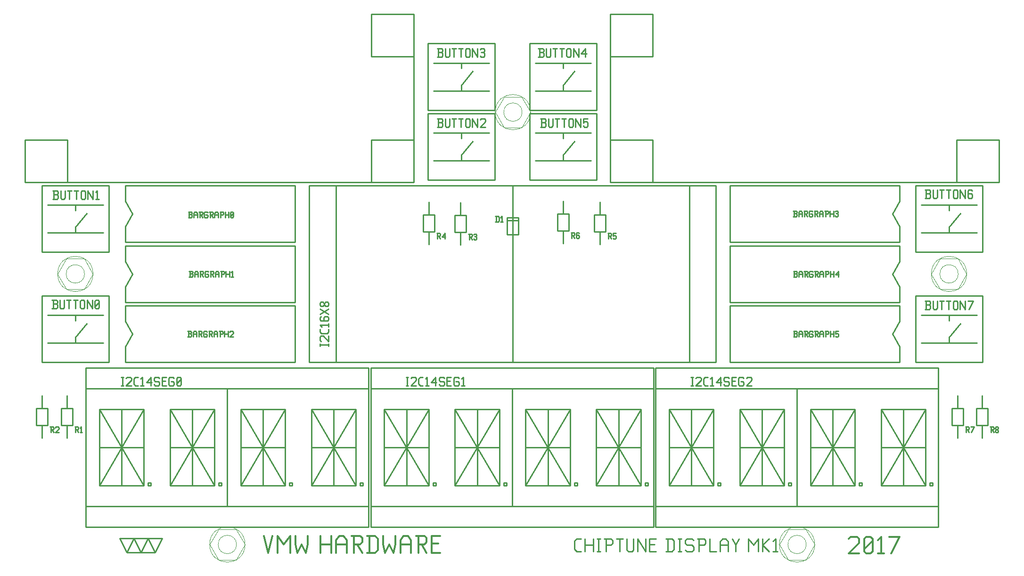
<source format=gbr>
G04 start of page 14 for group -4079 idx -4079 *
G04 Title: (unknown), topsilk *
G04 Creator: pcb 20140316 *
G04 CreationDate: Thu 02 Mar 2017 04:20:42 AM GMT UTC *
G04 For: vince *
G04 Format: Gerber/RS-274X *
G04 PCB-Dimensions (mil): 6900.00 3900.00 *
G04 PCB-Coordinate-Origin: lower left *
%MOIN*%
%FSLAX25Y25*%
%LNTOPSILK*%
%ADD136C,0.0020*%
%ADD135C,0.0119*%
%ADD134C,0.0100*%
G54D134*X390624Y8900D02*X393640D01*
X389000Y10524D02*X390624Y8900D01*
X389000Y16556D02*Y10524D01*
Y16556D02*X390624Y18180D01*
X393640D01*
X396424D02*Y8900D01*
X402224Y18180D02*Y8900D01*
X396424Y13540D02*X402224D01*
X405008Y18180D02*X407328D01*
X406168D02*Y8900D01*
X405008D02*X407328D01*
X411272Y18180D02*Y8900D01*
X410112Y18180D02*X414752D01*
X415912Y17020D01*
Y14700D01*
X414752Y13540D02*X415912Y14700D01*
X411272Y13540D02*X414752D01*
X418696Y18180D02*X423336D01*
X421016D02*Y8900D01*
X426120Y18180D02*Y10060D01*
X427280Y8900D01*
X429600D01*
X430760Y10060D01*
Y18180D02*Y10060D01*
X433544Y18180D02*Y8900D01*
Y18180D02*X439344Y8900D01*
Y18180D02*Y8900D01*
X442128Y14004D02*X445608D01*
X442128Y8900D02*X446768D01*
X442128Y18180D02*Y8900D01*
Y18180D02*X446768D01*
X454888D02*Y8900D01*
X457904Y18180D02*X459528Y16556D01*
Y10524D01*
X457904Y8900D02*X459528Y10524D01*
X453728Y8900D02*X457904D01*
X453728Y18180D02*X457904D01*
X462312D02*X464632D01*
X463472D02*Y8900D01*
X462312D02*X464632D01*
X472056Y18180D02*X473216Y17020D01*
X468576Y18180D02*X472056D01*
X467416Y17020D02*X468576Y18180D01*
X467416Y17020D02*Y14700D01*
X468576Y13540D01*
X472056D01*
X473216Y12380D01*
Y10060D01*
X472056Y8900D02*X473216Y10060D01*
X468576Y8900D02*X472056D01*
X467416Y10060D02*X468576Y8900D01*
X477160Y18180D02*Y8900D01*
X476000Y18180D02*X480640D01*
X481800Y17020D01*
Y14700D01*
X480640Y13540D02*X481800Y14700D01*
X477160Y13540D02*X480640D01*
X484584Y18180D02*Y8900D01*
X489224D01*
X492008Y15860D02*Y8900D01*
Y15860D02*X493632Y18180D01*
X496184D01*
X497808Y15860D01*
Y8900D01*
X492008Y13540D02*X497808D01*
X500592Y18180D02*X502912Y13540D01*
X505232Y18180D01*
X502912Y13540D02*Y8900D01*
X512192Y18180D02*Y8900D01*
Y18180D02*X515672Y13540D01*
X519152Y18180D01*
Y8900D01*
X521936Y18180D02*Y8900D01*
Y13540D02*X526576Y18180D01*
X521936Y13540D02*X526576Y8900D01*
X529360Y16324D02*X531216Y18180D01*
Y8900D01*
X529360D02*X532840D01*
G54D135*X583000Y18030D02*X584490Y19520D01*
X588960D01*
X590450Y18030D01*
Y15050D01*
X583000Y7600D02*X590450Y15050D01*
X583000Y7600D02*X590450D01*
X594026Y9090D02*X595516Y7600D01*
X594026Y18030D02*Y9090D01*
Y18030D02*X595516Y19520D01*
X598496D01*
X599986Y18030D01*
Y9090D01*
X598496Y7600D02*X599986Y9090D01*
X595516Y7600D02*X598496D01*
X594026Y10580D02*X599986Y16540D01*
X603562Y17136D02*X605946Y19520D01*
Y7600D01*
X603562D02*X608032D01*
X613098D02*X619058Y19520D01*
X611608D02*X619058D01*
X169500Y20020D02*X172480Y8100D01*
X175460Y20020D01*
X179036D02*Y8100D01*
Y20020D02*X183506Y14060D01*
X187976Y20020D01*
Y8100D01*
X191552Y20020D02*Y14060D01*
X193042Y8100D01*
X196022Y14060D01*
X199002Y8100D01*
X200492Y14060D01*
Y20020D02*Y14060D01*
X209432Y20020D02*Y8100D01*
X216882Y20020D02*Y8100D01*
X209432Y14060D02*X216882D01*
X220458Y17040D02*Y8100D01*
Y17040D02*X222544Y20020D01*
X225822D01*
X227908Y17040D01*
Y8100D01*
X220458Y14060D02*X227908D01*
X231484Y20020D02*X237444D01*
X238934Y18530D01*
Y15550D01*
X237444Y14060D02*X238934Y15550D01*
X232974Y14060D02*X237444D01*
X232974Y20020D02*Y8100D01*
X235358Y14060D02*X238934Y8100D01*
X244000Y20020D02*Y8100D01*
X247874Y20020D02*X249960Y17934D01*
Y10186D01*
X247874Y8100D02*X249960Y10186D01*
X242510Y8100D02*X247874D01*
X242510Y20020D02*X247874D01*
X253536D02*Y14060D01*
X255026Y8100D01*
X258006Y14060D01*
X260986Y8100D01*
X262476Y14060D01*
Y20020D02*Y14060D01*
X266052Y17040D02*Y8100D01*
Y17040D02*X268138Y20020D01*
X271416D01*
X273502Y17040D01*
Y8100D01*
X266052Y14060D02*X273502D01*
X277078Y20020D02*X283038D01*
X284528Y18530D01*
Y15550D01*
X283038Y14060D02*X284528Y15550D01*
X278568Y14060D02*X283038D01*
X278568Y20020D02*Y8100D01*
X280952Y14060D02*X284528Y8100D01*
X288104Y14656D02*X292574D01*
X288104Y8100D02*X294064D01*
X288104Y20020D02*Y8100D01*
Y20020D02*X294064D01*
G54D134*X71500Y228000D02*X191500D01*
Y268000D02*Y228000D01*
X71500Y268000D02*X191500D01*
X71500D02*Y257000D01*
X76500Y248000D01*
X71500Y239000D01*
Y228000D01*
Y185500D02*X191500D01*
Y225500D02*Y185500D01*
X71500Y225500D02*X191500D01*
X71500D02*Y214500D01*
X76500Y205500D01*
X71500Y196500D01*
Y185500D01*
Y143000D02*X191500D01*
Y183000D02*Y143000D01*
X71500Y183000D02*X191500D01*
X71500D02*Y172000D01*
X76500Y163000D01*
X71500Y154000D01*
Y143000D01*
X12378Y190122D02*X59622D01*
Y142878D01*
X12378D01*
Y190122D01*
X16315Y156657D02*X55685D01*
X16315Y176343D02*X55685D01*
X36000D02*Y172406D01*
Y156657D02*Y160594D01*
X43874Y170437D01*
X12378Y268122D02*X59622D01*
Y220878D01*
X12378D01*
Y268122D01*
X16315Y234657D02*X55685D01*
X16315Y254343D02*X55685D01*
X36000D02*Y250406D01*
Y234657D02*Y238594D01*
X43874Y248437D01*
G54D136*X23500Y205500D02*X29750Y194680D01*
X42250D01*
X48500Y205500D01*
X42250Y216320D01*
X29750D01*
X23500Y205500D01*
X29500D02*G75*G03X29500Y205500I6500J0D01*G01*
X23500D02*G75*G03X23500Y205500I12500J0D01*G01*
G54D134*X30000Y89500D02*Y98500D01*
X34000D02*X26000D01*
Y110500D01*
X34000D01*
Y98500D01*
X30000Y110500D02*Y119500D01*
X12500Y89500D02*Y98500D01*
X16500D02*X8500D01*
Y110500D01*
X16500D01*
Y98500D01*
X12500Y110500D02*Y119500D01*
X43500Y139000D02*X243500D01*
Y26500D01*
X43500D01*
Y139000D01*
Y124400D02*X143500D01*
Y41100D01*
X43500D01*
Y124400D01*
X53000Y109700D02*X84500D01*
Y55700D01*
X53000D01*
Y109700D01*
X68750D02*Y55700D01*
X53000Y82700D02*X84500D01*
X53000Y109700D02*X84500Y55700D01*
Y109700D02*X53000Y55700D01*
X87500D02*X89500D01*
Y57700D01*
X87500D01*
Y55700D01*
X103000Y109700D02*X134500D01*
Y55700D01*
X103000D01*
Y109700D01*
X118750D02*Y55700D01*
X103000Y82700D02*X134500D01*
X103000Y109700D02*X134500Y55700D01*
Y109700D02*X103000Y55700D01*
X137500D02*X139500D01*
Y57700D01*
X137500D01*
Y55700D01*
X143500Y124400D02*X243500D01*
Y41100D01*
X143500D01*
Y124400D01*
X153000Y109700D02*X184500D01*
Y55700D01*
X153000D01*
Y109700D01*
X168750D02*Y55700D01*
X153000Y82700D02*X184500D01*
X153000Y109700D02*X184500Y55700D01*
Y109700D02*X153000Y55700D01*
X187500D02*X189500D01*
Y57700D01*
X187500D01*
Y55700D01*
X203000Y109700D02*X234500D01*
Y55700D01*
X203000D01*
Y109700D01*
X218750D02*Y55700D01*
X203000Y82700D02*X234500D01*
X203000Y109700D02*X234500Y55700D01*
Y109700D02*X203000Y55700D01*
X237500D02*X239500D01*
Y57700D01*
X237500D01*
Y55700D01*
X450Y300500D02*Y270500D01*
Y300500D02*X30450D01*
Y270500D01*
X450D02*X275450D01*
X245450Y300500D02*X275450D01*
X245450D02*Y270500D01*
X275450Y389250D02*Y270500D01*
X245450Y389250D02*X275450D01*
X245450Y389200D02*Y359200D01*
X275450D01*
G54D136*X131000Y14000D02*X137250Y3180D01*
X149750D01*
X156000Y14000D01*
X149750Y24820D01*
X137250D01*
X131000Y14000D01*
X137000D02*G75*G03X137000Y14000I6500J0D01*G01*
X131000D02*G75*G03X131000Y14000I12500J0D01*G01*
G54D134*X67500Y18500D02*X72500Y8500D01*
X92500D01*
X97500Y18500D01*
X67500D01*
X72500Y8500D02*X77500Y18500D01*
X82500Y8500D01*
X87500Y18500D01*
X92500Y8500D01*
X499106Y268157D02*X619106D01*
X499106D02*Y228157D01*
X619106D01*
Y239157D02*Y228157D01*
Y239157D02*X614106Y248157D01*
X619106Y257157D01*
Y268157D02*Y257157D01*
X689500Y300500D02*Y270500D01*
X659500Y300500D02*X689500D01*
X659500D02*Y270500D01*
X414500D02*X689500D01*
X414500Y300500D02*X444500D01*
Y270500D01*
X414500Y389250D02*Y270500D01*
Y389250D02*X444500D01*
Y389200D02*Y359200D01*
X414500D02*X444500D01*
X630378Y268122D02*X677622D01*
Y220878D01*
X630378D01*
Y268122D01*
X634315Y234657D02*X673685D01*
X634315Y254343D02*X673685D01*
X654000D02*Y250406D01*
Y234657D02*Y238594D01*
X661874Y248437D01*
X446500Y139000D02*X646500D01*
Y26500D01*
X446500D01*
Y139000D01*
Y124400D02*X546500D01*
Y41100D01*
X446500D01*
Y124400D01*
X456000Y109700D02*X487500D01*
Y55700D01*
X456000D01*
Y109700D01*
X471750D02*Y55700D01*
X456000Y82700D02*X487500D01*
X456000Y109700D02*X487500Y55700D01*
Y109700D02*X456000Y55700D01*
X490500D02*X492500D01*
Y57700D01*
X490500D01*
Y55700D01*
X506000Y109700D02*X537500D01*
Y55700D01*
X506000D01*
Y109700D01*
X521750D02*Y55700D01*
X506000Y82700D02*X537500D01*
X506000Y109700D02*X537500Y55700D01*
Y109700D02*X506000Y55700D01*
X540500D02*X542500D01*
Y57700D01*
X540500D01*
Y55700D01*
X546500Y124400D02*X646500D01*
Y41100D01*
X546500D01*
Y124400D01*
X556000Y109700D02*X587500D01*
Y55700D01*
X556000D01*
Y109700D01*
X571750D02*Y55700D01*
X556000Y82700D02*X587500D01*
X556000Y109700D02*X587500Y55700D01*
Y109700D02*X556000Y55700D01*
X590500D02*X592500D01*
Y57700D01*
X590500D01*
Y55700D01*
X606000Y109700D02*X637500D01*
Y55700D01*
X606000D01*
Y109700D01*
X621750D02*Y55700D01*
X606000Y82700D02*X637500D01*
X606000Y109700D02*X637500Y55700D01*
Y109700D02*X606000Y55700D01*
X640500D02*X642500D01*
Y57700D01*
X640500D01*
Y55700D01*
G54D136*X534000Y14000D02*X540250Y3180D01*
X552750D01*
X559000Y14000D01*
X552750Y24820D01*
X540250D01*
X534000Y14000D01*
X540000D02*G75*G03X540000Y14000I6500J0D01*G01*
X534000D02*G75*G03X534000Y14000I12500J0D01*G01*
G54D134*X499000Y183000D02*X619000D01*
X499000D02*Y143000D01*
X619000D01*
Y154000D02*Y143000D01*
Y154000D02*X614000Y163000D01*
X619000Y172000D01*
Y183000D02*Y172000D01*
X499000Y225500D02*X619000D01*
X499000D02*Y185500D01*
X619000D01*
Y196500D02*Y185500D01*
Y196500D02*X614000Y205500D01*
X619000Y214500D01*
Y225500D02*Y214500D01*
X630378Y190122D02*X677622D01*
Y142878D01*
X630378D01*
Y190122D01*
X634315Y156657D02*X673685D01*
X634315Y176343D02*X673685D01*
X654000D02*Y172406D01*
Y156657D02*Y160594D01*
X661874Y170437D01*
X677500Y89500D02*Y98500D01*
X681500D02*X673500D01*
Y110500D01*
X681500D01*
Y98500D01*
X677500Y110500D02*Y119500D01*
X660000Y89500D02*Y98500D01*
X664000D02*X656000D01*
Y110500D01*
X664000D01*
Y98500D01*
X660000Y110500D02*Y119500D01*
G54D136*X641500Y205500D02*X647750Y194680D01*
X660250D01*
X666500Y205500D01*
X660250Y216320D01*
X647750D01*
X641500Y205500D01*
X647500D02*G75*G03X647500Y205500I6500J0D01*G01*
X641500D02*G75*G03X641500Y205500I12500J0D01*G01*
G54D134*X285378Y368622D02*X332622D01*
Y321378D01*
X285378D01*
Y368622D01*
X289315Y335157D02*X328685D01*
X289315Y354843D02*X328685D01*
X309000D02*Y350906D01*
Y335157D02*Y339094D01*
X316874Y348937D01*
X357378Y368622D02*X404622D01*
Y321378D01*
X357378D01*
Y368622D01*
X361315Y335157D02*X400685D01*
X361315Y354843D02*X400685D01*
X381000D02*Y350906D01*
Y335157D02*Y339094D01*
X388874Y348937D01*
X285378Y319122D02*X332622D01*
Y271878D01*
X285378D01*
Y319122D01*
X289315Y285657D02*X328685D01*
X289315Y305343D02*X328685D01*
X309000D02*Y301406D01*
Y285657D02*Y289594D01*
X316874Y299437D01*
X357378Y319122D02*X404622D01*
Y271878D01*
X357378D01*
Y319122D01*
X361315Y285657D02*X400685D01*
X361315Y305343D02*X400685D01*
X381000D02*Y301406D01*
Y285657D02*Y289594D01*
X388874Y299437D01*
X245000Y139000D02*X445000D01*
Y26500D01*
X245000D01*
Y139000D01*
Y124400D02*X345000D01*
Y41100D01*
X245000D01*
Y124400D01*
X254500Y109700D02*X286000D01*
Y55700D01*
X254500D01*
Y109700D01*
X270250D02*Y55700D01*
X254500Y82700D02*X286000D01*
X254500Y109700D02*X286000Y55700D01*
Y109700D02*X254500Y55700D01*
X289000D02*X291000D01*
Y57700D01*
X289000D01*
Y55700D01*
X304500Y109700D02*X336000D01*
Y55700D01*
X304500D01*
Y109700D01*
X320250D02*Y55700D01*
X304500Y82700D02*X336000D01*
X304500Y109700D02*X336000Y55700D01*
Y109700D02*X304500Y55700D01*
X339000D02*X341000D01*
Y57700D01*
X339000D01*
Y55700D01*
X345000Y124400D02*X445000D01*
Y41100D01*
X345000D01*
Y124400D01*
X354500Y109700D02*X386000D01*
Y55700D01*
X354500D01*
Y109700D01*
X370250D02*Y55700D01*
X354500Y82700D02*X386000D01*
X354500Y109700D02*X386000Y55700D01*
Y109700D02*X354500Y55700D01*
X389000D02*X391000D01*
Y57700D01*
X389000D01*
Y55700D01*
X404500Y109700D02*X436000D01*
Y55700D01*
X404500D01*
Y109700D01*
X420250D02*Y55700D01*
X404500Y82700D02*X436000D01*
X404500Y109700D02*X436000Y55700D01*
Y109700D02*X404500Y55700D01*
X439000D02*X441000D01*
Y57700D01*
X439000D01*
Y55700D01*
X308500Y235000D02*Y226000D01*
X304500Y235000D02*X312500D01*
X304500Y247000D02*Y235000D01*
Y247000D02*X312500D01*
Y235000D01*
X308500Y256000D02*Y247000D01*
X286000Y235500D02*Y226500D01*
X282000Y235500D02*X290000D01*
X282000Y247500D02*Y235500D01*
Y247500D02*X290000D01*
Y235500D01*
X286000Y256500D02*Y247500D01*
X407000Y235500D02*Y226500D01*
X403000Y235500D02*X411000D01*
X403000Y247500D02*Y235500D01*
Y247500D02*X411000D01*
Y235500D01*
X407000Y256500D02*Y247500D01*
X381000Y236000D02*Y227000D01*
X377000Y236000D02*X385000D01*
X377000Y248000D02*Y236000D01*
Y248000D02*X385000D01*
Y236000D01*
X381000Y257000D02*Y248000D01*
X201500Y268000D02*Y143000D01*
Y268000D02*X489000D01*
Y143000D01*
X201500D02*X489000D01*
X220250Y268000D02*Y143000D01*
Y268000D02*X345250D01*
Y143000D01*
X220250D02*X345250D01*
Y268000D02*Y143000D01*
Y268000D02*X470250D01*
Y143000D01*
X345250D02*X470250D01*
X345500Y249500D02*Y245500D01*
X341500D02*X349500D01*
Y233500D01*
X341500D02*X349500D01*
X341500Y245500D02*Y233500D01*
X345500D02*Y229500D01*
X341500Y243500D02*X349500D01*
G54D136*X333000Y320000D02*X339250Y309180D01*
X351750D01*
X358000Y320000D01*
X351750Y330820D01*
X339250D01*
X333000Y320000D01*
X339000D02*G75*G03X339000Y320000I6500J0D01*G01*
X333000D02*G75*G03X333000Y320000I12500J0D01*G01*
G54D134*X20000Y258500D02*X23000D01*
X23750Y259250D01*
Y261050D02*Y259250D01*
X23000Y261800D02*X23750Y261050D01*
X20750Y261800D02*X23000D01*
X20750Y264500D02*Y258500D01*
X20000Y264500D02*X23000D01*
X23750Y263750D01*
Y262550D01*
X23000Y261800D02*X23750Y262550D01*
X25550Y264500D02*Y259250D01*
X26300Y258500D01*
X27800D01*
X28550Y259250D01*
Y264500D02*Y259250D01*
X30350Y264500D02*X33350D01*
X31850D02*Y258500D01*
X35150Y264500D02*X38150D01*
X36650D02*Y258500D01*
X39950Y263750D02*Y259250D01*
Y263750D02*X40700Y264500D01*
X42200D01*
X42950Y263750D01*
Y259250D01*
X42200Y258500D02*X42950Y259250D01*
X40700Y258500D02*X42200D01*
X39950Y259250D02*X40700Y258500D01*
X44750Y264500D02*Y258500D01*
Y264500D02*X48500Y258500D01*
Y264500D02*Y258500D01*
X50300Y263300D02*X51500Y264500D01*
Y258500D01*
X50300D02*X52550D01*
X35600Y97300D02*X37600D01*
X38100Y96800D01*
Y95800D01*
X37600Y95300D02*X38100Y95800D01*
X36100Y95300D02*X37600D01*
X36100Y97300D02*Y93300D01*
X36900Y95300D02*X38100Y93300D01*
X39300Y96500D02*X40100Y97300D01*
Y93300D01*
X39300D02*X40800D01*
X18100Y97300D02*X20100D01*
X20600Y96800D01*
Y95800D01*
X20100Y95300D02*X20600Y95800D01*
X18600Y95300D02*X20100D01*
X18600Y97300D02*Y93300D01*
X19400Y95300D02*X20600Y93300D01*
X21800Y96800D02*X22300Y97300D01*
X23800D01*
X24300Y96800D01*
Y95800D01*
X21800Y93300D02*X24300Y95800D01*
X21800Y93300D02*X24300D01*
X68500Y132500D02*X70000D01*
X69250D02*Y126500D01*
X68500D02*X70000D01*
X71800Y131750D02*X72550Y132500D01*
X74800D01*
X75550Y131750D01*
Y130250D01*
X71800Y126500D02*X75550Y130250D01*
X71800Y126500D02*X75550D01*
X78400D02*X80350D01*
X77350Y127550D02*X78400Y126500D01*
X77350Y131450D02*Y127550D01*
Y131450D02*X78400Y132500D01*
X80350D01*
X82150Y131300D02*X83350Y132500D01*
Y126500D01*
X82150D02*X84400D01*
X86200Y128750D02*X89200Y132500D01*
X86200Y128750D02*X89950D01*
X89200Y132500D02*Y126500D01*
X94750Y132500D02*X95500Y131750D01*
X92500Y132500D02*X94750D01*
X91750Y131750D02*X92500Y132500D01*
X91750Y131750D02*Y130250D01*
X92500Y129500D01*
X94750D01*
X95500Y128750D01*
Y127250D01*
X94750Y126500D02*X95500Y127250D01*
X92500Y126500D02*X94750D01*
X91750Y127250D02*X92500Y126500D01*
X97300Y129800D02*X99550D01*
X97300Y126500D02*X100300D01*
X97300Y132500D02*Y126500D01*
Y132500D02*X100300D01*
X105100D02*X105850Y131750D01*
X102850Y132500D02*X105100D01*
X102100Y131750D02*X102850Y132500D01*
X102100Y131750D02*Y127250D01*
X102850Y126500D01*
X105100D01*
X105850Y127250D01*
Y128750D02*Y127250D01*
X105100Y129500D02*X105850Y128750D01*
X103600Y129500D02*X105100D01*
X107650Y127250D02*X108400Y126500D01*
X107650Y131750D02*Y127250D01*
Y131750D02*X108400Y132500D01*
X109900D01*
X110650Y131750D01*
Y127250D01*
X109900Y126500D02*X110650Y127250D01*
X108400Y126500D02*X109900D01*
X107650Y128000D02*X110650Y131000D01*
X19500Y181000D02*X22500D01*
X23250Y181750D01*
Y183550D02*Y181750D01*
X22500Y184300D02*X23250Y183550D01*
X20250Y184300D02*X22500D01*
X20250Y187000D02*Y181000D01*
X19500Y187000D02*X22500D01*
X23250Y186250D01*
Y185050D01*
X22500Y184300D02*X23250Y185050D01*
X25050Y187000D02*Y181750D01*
X25800Y181000D01*
X27300D01*
X28050Y181750D01*
Y187000D02*Y181750D01*
X29850Y187000D02*X32850D01*
X31350D02*Y181000D01*
X34650Y187000D02*X37650D01*
X36150D02*Y181000D01*
X39450Y186250D02*Y181750D01*
Y186250D02*X40200Y187000D01*
X41700D01*
X42450Y186250D01*
Y181750D01*
X41700Y181000D02*X42450Y181750D01*
X40200Y181000D02*X41700D01*
X39450Y181750D02*X40200Y181000D01*
X44250Y187000D02*Y181000D01*
Y187000D02*X48000Y181000D01*
Y187000D02*Y181000D01*
X49800Y181750D02*X50550Y181000D01*
X49800Y186250D02*Y181750D01*
Y186250D02*X50550Y187000D01*
X52050D01*
X52800Y186250D01*
Y181750D01*
X52050Y181000D02*X52800Y181750D01*
X50550Y181000D02*X52050D01*
X49800Y182500D02*X52800Y185500D01*
X116500Y203500D02*X118500D01*
X119000Y204000D01*
Y205200D02*Y204000D01*
X118500Y205700D02*X119000Y205200D01*
X117000Y205700D02*X118500D01*
X117000Y207500D02*Y203500D01*
X116500Y207500D02*X118500D01*
X119000Y207000D01*
Y206200D01*
X118500Y205700D02*X119000Y206200D01*
X120200Y206500D02*Y203500D01*
Y206500D02*X120900Y207500D01*
X122000D01*
X122700Y206500D01*
Y203500D01*
X120200Y205500D02*X122700D01*
X123900Y207500D02*X125900D01*
X126400Y207000D01*
Y206000D01*
X125900Y205500D02*X126400Y206000D01*
X124400Y205500D02*X125900D01*
X124400Y207500D02*Y203500D01*
X125200Y205500D02*X126400Y203500D01*
X129600Y207500D02*X130100Y207000D01*
X128100Y207500D02*X129600D01*
X127600Y207000D02*X128100Y207500D01*
X127600Y207000D02*Y204000D01*
X128100Y203500D01*
X129600D01*
X130100Y204000D01*
Y205000D02*Y204000D01*
X129600Y205500D02*X130100Y205000D01*
X128600Y205500D02*X129600D01*
X131300Y207500D02*X133300D01*
X133800Y207000D01*
Y206000D01*
X133300Y205500D02*X133800Y206000D01*
X131800Y205500D02*X133300D01*
X131800Y207500D02*Y203500D01*
X132600Y205500D02*X133800Y203500D01*
X135000Y206500D02*Y203500D01*
Y206500D02*X135700Y207500D01*
X136800D01*
X137500Y206500D01*
Y203500D01*
X135000Y205500D02*X137500D01*
X139200Y207500D02*Y203500D01*
X138700Y207500D02*X140700D01*
X141200Y207000D01*
Y206000D01*
X140700Y205500D02*X141200Y206000D01*
X139200Y205500D02*X140700D01*
X142400Y207500D02*Y203500D01*
X144900Y207500D02*Y203500D01*
X142400Y205500D02*X144900D01*
X146100Y206700D02*X146900Y207500D01*
Y203500D01*
X146100D02*X147600D01*
X116000Y245500D02*X118000D01*
X118500Y246000D01*
Y247200D02*Y246000D01*
X118000Y247700D02*X118500Y247200D01*
X116500Y247700D02*X118000D01*
X116500Y249500D02*Y245500D01*
X116000Y249500D02*X118000D01*
X118500Y249000D01*
Y248200D01*
X118000Y247700D02*X118500Y248200D01*
X119700Y248500D02*Y245500D01*
Y248500D02*X120400Y249500D01*
X121500D01*
X122200Y248500D01*
Y245500D01*
X119700Y247500D02*X122200D01*
X123400Y249500D02*X125400D01*
X125900Y249000D01*
Y248000D01*
X125400Y247500D02*X125900Y248000D01*
X123900Y247500D02*X125400D01*
X123900Y249500D02*Y245500D01*
X124700Y247500D02*X125900Y245500D01*
X129100Y249500D02*X129600Y249000D01*
X127600Y249500D02*X129100D01*
X127100Y249000D02*X127600Y249500D01*
X127100Y249000D02*Y246000D01*
X127600Y245500D01*
X129100D01*
X129600Y246000D01*
Y247000D02*Y246000D01*
X129100Y247500D02*X129600Y247000D01*
X128100Y247500D02*X129100D01*
X130800Y249500D02*X132800D01*
X133300Y249000D01*
Y248000D01*
X132800Y247500D02*X133300Y248000D01*
X131300Y247500D02*X132800D01*
X131300Y249500D02*Y245500D01*
X132100Y247500D02*X133300Y245500D01*
X134500Y248500D02*Y245500D01*
Y248500D02*X135200Y249500D01*
X136300D01*
X137000Y248500D01*
Y245500D01*
X134500Y247500D02*X137000D01*
X138700Y249500D02*Y245500D01*
X138200Y249500D02*X140200D01*
X140700Y249000D01*
Y248000D01*
X140200Y247500D02*X140700Y248000D01*
X138700Y247500D02*X140200D01*
X141900Y249500D02*Y245500D01*
X144400Y249500D02*Y245500D01*
X141900Y247500D02*X144400D01*
X145600Y246000D02*X146100Y245500D01*
X145600Y249000D02*Y246000D01*
Y249000D02*X146100Y249500D01*
X147100D01*
X147600Y249000D01*
Y246000D01*
X147100Y245500D02*X147600Y246000D01*
X146100Y245500D02*X147100D01*
X145600Y246500D02*X147600Y248500D01*
X115500Y161000D02*X117500D01*
X118000Y161500D01*
Y162700D02*Y161500D01*
X117500Y163200D02*X118000Y162700D01*
X116000Y163200D02*X117500D01*
X116000Y165000D02*Y161000D01*
X115500Y165000D02*X117500D01*
X118000Y164500D01*
Y163700D01*
X117500Y163200D02*X118000Y163700D01*
X119200Y164000D02*Y161000D01*
Y164000D02*X119900Y165000D01*
X121000D01*
X121700Y164000D01*
Y161000D01*
X119200Y163000D02*X121700D01*
X122900Y165000D02*X124900D01*
X125400Y164500D01*
Y163500D01*
X124900Y163000D02*X125400Y163500D01*
X123400Y163000D02*X124900D01*
X123400Y165000D02*Y161000D01*
X124200Y163000D02*X125400Y161000D01*
X128600Y165000D02*X129100Y164500D01*
X127100Y165000D02*X128600D01*
X126600Y164500D02*X127100Y165000D01*
X126600Y164500D02*Y161500D01*
X127100Y161000D01*
X128600D01*
X129100Y161500D01*
Y162500D02*Y161500D01*
X128600Y163000D02*X129100Y162500D01*
X127600Y163000D02*X128600D01*
X130300Y165000D02*X132300D01*
X132800Y164500D01*
Y163500D01*
X132300Y163000D02*X132800Y163500D01*
X130800Y163000D02*X132300D01*
X130800Y165000D02*Y161000D01*
X131600Y163000D02*X132800Y161000D01*
X134000Y164000D02*Y161000D01*
Y164000D02*X134700Y165000D01*
X135800D01*
X136500Y164000D01*
Y161000D01*
X134000Y163000D02*X136500D01*
X138200Y165000D02*Y161000D01*
X137700Y165000D02*X139700D01*
X140200Y164500D01*
Y163500D01*
X139700Y163000D02*X140200Y163500D01*
X138200Y163000D02*X139700D01*
X141400Y165000D02*Y161000D01*
X143900Y165000D02*Y161000D01*
X141400Y163000D02*X143900D01*
X145100Y164500D02*X145600Y165000D01*
X147100D01*
X147600Y164500D01*
Y163500D01*
X145100Y161000D02*X147600Y163500D01*
X145100Y161000D02*X147600D01*
X637000Y259000D02*X640000D01*
X640750Y259750D01*
Y261550D02*Y259750D01*
X640000Y262300D02*X640750Y261550D01*
X637750Y262300D02*X640000D01*
X637750Y265000D02*Y259000D01*
X637000Y265000D02*X640000D01*
X640750Y264250D01*
Y263050D01*
X640000Y262300D02*X640750Y263050D01*
X642550Y265000D02*Y259750D01*
X643300Y259000D01*
X644800D01*
X645550Y259750D01*
Y265000D02*Y259750D01*
X647350Y265000D02*X650350D01*
X648850D02*Y259000D01*
X652150Y265000D02*X655150D01*
X653650D02*Y259000D01*
X656950Y264250D02*Y259750D01*
Y264250D02*X657700Y265000D01*
X659200D01*
X659950Y264250D01*
Y259750D01*
X659200Y259000D02*X659950Y259750D01*
X657700Y259000D02*X659200D01*
X656950Y259750D02*X657700Y259000D01*
X661750Y265000D02*Y259000D01*
Y265000D02*X665500Y259000D01*
Y265000D02*Y259000D01*
X669550Y265000D02*X670300Y264250D01*
X668050Y265000D02*X669550D01*
X667300Y264250D02*X668050Y265000D01*
X667300Y264250D02*Y259750D01*
X668050Y259000D01*
X669550Y262300D02*X670300Y261550D01*
X667300Y262300D02*X669550D01*
X668050Y259000D02*X669550D01*
X670300Y259750D01*
Y261550D02*Y259750D01*
X544000Y203500D02*X546000D01*
X546500Y204000D01*
Y205200D02*Y204000D01*
X546000Y205700D02*X546500Y205200D01*
X544500Y205700D02*X546000D01*
X544500Y207500D02*Y203500D01*
X544000Y207500D02*X546000D01*
X546500Y207000D01*
Y206200D01*
X546000Y205700D02*X546500Y206200D01*
X547700Y206500D02*Y203500D01*
Y206500D02*X548400Y207500D01*
X549500D01*
X550200Y206500D01*
Y203500D01*
X547700Y205500D02*X550200D01*
X551400Y207500D02*X553400D01*
X553900Y207000D01*
Y206000D01*
X553400Y205500D02*X553900Y206000D01*
X551900Y205500D02*X553400D01*
X551900Y207500D02*Y203500D01*
X552700Y205500D02*X553900Y203500D01*
X557100Y207500D02*X557600Y207000D01*
X555600Y207500D02*X557100D01*
X555100Y207000D02*X555600Y207500D01*
X555100Y207000D02*Y204000D01*
X555600Y203500D01*
X557100D01*
X557600Y204000D01*
Y205000D02*Y204000D01*
X557100Y205500D02*X557600Y205000D01*
X556100Y205500D02*X557100D01*
X558800Y207500D02*X560800D01*
X561300Y207000D01*
Y206000D01*
X560800Y205500D02*X561300Y206000D01*
X559300Y205500D02*X560800D01*
X559300Y207500D02*Y203500D01*
X560100Y205500D02*X561300Y203500D01*
X562500Y206500D02*Y203500D01*
Y206500D02*X563200Y207500D01*
X564300D01*
X565000Y206500D01*
Y203500D01*
X562500Y205500D02*X565000D01*
X566700Y207500D02*Y203500D01*
X566200Y207500D02*X568200D01*
X568700Y207000D01*
Y206000D01*
X568200Y205500D02*X568700Y206000D01*
X566700Y205500D02*X568200D01*
X569900Y207500D02*Y203500D01*
X572400Y207500D02*Y203500D01*
X569900Y205500D02*X572400D01*
X573600Y205000D02*X575600Y207500D01*
X573600Y205000D02*X576100D01*
X575600Y207500D02*Y203500D01*
X683100Y97300D02*X685100D01*
X685600Y96800D01*
Y95800D01*
X685100Y95300D02*X685600Y95800D01*
X683600Y95300D02*X685100D01*
X683600Y97300D02*Y93300D01*
X684400Y95300D02*X685600Y93300D01*
X686800Y93800D02*X687300Y93300D01*
X686800Y94600D02*Y93800D01*
Y94600D02*X687500Y95300D01*
X688100D01*
X688800Y94600D01*
Y93800D01*
X688300Y93300D02*X688800Y93800D01*
X687300Y93300D02*X688300D01*
X686800Y96000D02*X687500Y95300D01*
X686800Y96800D02*Y96000D01*
Y96800D02*X687300Y97300D01*
X688300D01*
X688800Y96800D01*
Y96000D01*
X688100Y95300D02*X688800Y96000D01*
X665600Y97300D02*X667600D01*
X668100Y96800D01*
Y95800D01*
X667600Y95300D02*X668100Y95800D01*
X666100Y95300D02*X667600D01*
X666100Y97300D02*Y93300D01*
X666900Y95300D02*X668100Y93300D01*
X669800D02*X671800Y97300D01*
X669300D02*X671800D01*
X637000Y180500D02*X640000D01*
X640750Y181250D01*
Y183050D02*Y181250D01*
X640000Y183800D02*X640750Y183050D01*
X637750Y183800D02*X640000D01*
X637750Y186500D02*Y180500D01*
X637000Y186500D02*X640000D01*
X640750Y185750D01*
Y184550D01*
X640000Y183800D02*X640750Y184550D01*
X642550Y186500D02*Y181250D01*
X643300Y180500D01*
X644800D01*
X645550Y181250D01*
Y186500D02*Y181250D01*
X647350Y186500D02*X650350D01*
X648850D02*Y180500D01*
X652150Y186500D02*X655150D01*
X653650D02*Y180500D01*
X656950Y185750D02*Y181250D01*
Y185750D02*X657700Y186500D01*
X659200D01*
X659950Y185750D01*
Y181250D01*
X659200Y180500D02*X659950Y181250D01*
X657700Y180500D02*X659200D01*
X656950Y181250D02*X657700Y180500D01*
X661750Y186500D02*Y180500D01*
Y186500D02*X665500Y180500D01*
Y186500D02*Y180500D01*
X668050D02*X671050Y186500D01*
X667300D02*X671050D01*
X543843Y246106D02*X545843D01*
X546343Y246606D01*
Y247806D02*Y246606D01*
X545843Y248306D02*X546343Y247806D01*
X544343Y248306D02*X545843D01*
X544343Y250106D02*Y246106D01*
X543843Y250106D02*X545843D01*
X546343Y249606D01*
Y248806D01*
X545843Y248306D02*X546343Y248806D01*
X547543Y249106D02*Y246106D01*
Y249106D02*X548243Y250106D01*
X549343D01*
X550043Y249106D01*
Y246106D01*
X547543Y248106D02*X550043D01*
X551243Y250106D02*X553243D01*
X553743Y249606D01*
Y248606D01*
X553243Y248106D02*X553743Y248606D01*
X551743Y248106D02*X553243D01*
X551743Y250106D02*Y246106D01*
X552543Y248106D02*X553743Y246106D01*
X556943Y250106D02*X557443Y249606D01*
X555443Y250106D02*X556943D01*
X554943Y249606D02*X555443Y250106D01*
X554943Y249606D02*Y246606D01*
X555443Y246106D01*
X556943D01*
X557443Y246606D01*
Y247606D02*Y246606D01*
X556943Y248106D02*X557443Y247606D01*
X555943Y248106D02*X556943D01*
X558643Y250106D02*X560643D01*
X561143Y249606D01*
Y248606D01*
X560643Y248106D02*X561143Y248606D01*
X559143Y248106D02*X560643D01*
X559143Y250106D02*Y246106D01*
X559943Y248106D02*X561143Y246106D01*
X562343Y249106D02*Y246106D01*
Y249106D02*X563043Y250106D01*
X564143D01*
X564843Y249106D01*
Y246106D01*
X562343Y248106D02*X564843D01*
X566543Y250106D02*Y246106D01*
X566043Y250106D02*X568043D01*
X568543Y249606D01*
Y248606D01*
X568043Y248106D02*X568543Y248606D01*
X566543Y248106D02*X568043D01*
X569743Y250106D02*Y246106D01*
X572243Y250106D02*Y246106D01*
X569743Y248106D02*X572243D01*
X573443Y249606D02*X573943Y250106D01*
X574943D01*
X575443Y249606D01*
X574943Y246106D02*X575443Y246606D01*
X573943Y246106D02*X574943D01*
X573443Y246606D02*X573943Y246106D01*
Y248306D02*X574943D01*
X575443Y249606D02*Y248806D01*
Y247806D02*Y246606D01*
Y247806D02*X574943Y248306D01*
X575443Y248806D02*X574943Y248306D01*
X544000Y161000D02*X546000D01*
X546500Y161500D01*
Y162700D02*Y161500D01*
X546000Y163200D02*X546500Y162700D01*
X544500Y163200D02*X546000D01*
X544500Y165000D02*Y161000D01*
X544000Y165000D02*X546000D01*
X546500Y164500D01*
Y163700D01*
X546000Y163200D02*X546500Y163700D01*
X547700Y164000D02*Y161000D01*
Y164000D02*X548400Y165000D01*
X549500D01*
X550200Y164000D01*
Y161000D01*
X547700Y163000D02*X550200D01*
X551400Y165000D02*X553400D01*
X553900Y164500D01*
Y163500D01*
X553400Y163000D02*X553900Y163500D01*
X551900Y163000D02*X553400D01*
X551900Y165000D02*Y161000D01*
X552700Y163000D02*X553900Y161000D01*
X557100Y165000D02*X557600Y164500D01*
X555600Y165000D02*X557100D01*
X555100Y164500D02*X555600Y165000D01*
X555100Y164500D02*Y161500D01*
X555600Y161000D01*
X557100D01*
X557600Y161500D01*
Y162500D02*Y161500D01*
X557100Y163000D02*X557600Y162500D01*
X556100Y163000D02*X557100D01*
X558800Y165000D02*X560800D01*
X561300Y164500D01*
Y163500D01*
X560800Y163000D02*X561300Y163500D01*
X559300Y163000D02*X560800D01*
X559300Y165000D02*Y161000D01*
X560100Y163000D02*X561300Y161000D01*
X562500Y164000D02*Y161000D01*
Y164000D02*X563200Y165000D01*
X564300D01*
X565000Y164000D01*
Y161000D01*
X562500Y163000D02*X565000D01*
X566700Y165000D02*Y161000D01*
X566200Y165000D02*X568200D01*
X568700Y164500D01*
Y163500D01*
X568200Y163000D02*X568700Y163500D01*
X566700Y163000D02*X568200D01*
X569900Y165000D02*Y161000D01*
X572400Y165000D02*Y161000D01*
X569900Y163000D02*X572400D01*
X573600Y165000D02*X575600D01*
X573600D02*Y163000D01*
X574100Y163500D01*
X575100D01*
X575600Y163000D01*
Y161500D01*
X575100Y161000D02*X575600Y161500D01*
X574100Y161000D02*X575100D01*
X573600Y161500D02*X574100Y161000D01*
X314100Y233800D02*X316100D01*
X316600Y233300D01*
Y232300D01*
X316100Y231800D02*X316600Y232300D01*
X314600Y231800D02*X316100D01*
X314600Y233800D02*Y229800D01*
X315400Y231800D02*X316600Y229800D01*
X317800Y233300D02*X318300Y233800D01*
X319300D01*
X319800Y233300D01*
X319300Y229800D02*X319800Y230300D01*
X318300Y229800D02*X319300D01*
X317800Y230300D02*X318300Y229800D01*
Y232000D02*X319300D01*
X319800Y233300D02*Y232500D01*
Y231500D02*Y230300D01*
Y231500D02*X319300Y232000D01*
X319800Y232500D02*X319300Y232000D01*
X333600Y246300D02*Y242300D01*
X334900Y246300D02*X335600Y245600D01*
Y243000D01*
X334900Y242300D02*X335600Y243000D01*
X333100Y242300D02*X334900D01*
X333100Y246300D02*X334900D01*
X336800Y245500D02*X337600Y246300D01*
Y242300D01*
X336800D02*X338300D01*
X291600Y234300D02*X293600D01*
X294100Y233800D01*
Y232800D01*
X293600Y232300D02*X294100Y232800D01*
X292100Y232300D02*X293600D01*
X292100Y234300D02*Y230300D01*
X292900Y232300D02*X294100Y230300D01*
X295300Y231800D02*X297300Y234300D01*
X295300Y231800D02*X297800D01*
X297300Y234300D02*Y230300D01*
X209000Y156000D02*Y154500D01*
Y155250D02*X215000D01*
Y156000D02*Y154500D01*
X209750Y157800D02*X209000Y158550D01*
Y160800D02*Y158550D01*
Y160800D02*X209750Y161550D01*
X211250D01*
X215000Y157800D02*X211250Y161550D01*
X215000D02*Y157800D01*
Y166350D02*Y164400D01*
X213950Y163350D02*X215000Y164400D01*
X210050Y163350D02*X213950D01*
X210050D02*X209000Y164400D01*
Y166350D02*Y164400D01*
X210200Y168150D02*X209000Y169350D01*
X215000D01*
Y170400D02*Y168150D01*
X209000Y174450D02*X209750Y175200D01*
X209000Y174450D02*Y172950D01*
X209750Y172200D02*X209000Y172950D01*
X209750Y172200D02*X214250D01*
X215000Y172950D01*
X211700Y174450D02*X212450Y175200D01*
X211700Y174450D02*Y172200D01*
X215000Y174450D02*Y172950D01*
Y174450D02*X214250Y175200D01*
X212450D02*X214250D01*
X215000Y177000D02*X209000Y180750D01*
Y177000D02*X215000Y180750D01*
X214250Y182550D02*X215000Y183300D01*
X213050Y182550D02*X214250D01*
X213050D02*X212000Y183600D01*
Y184500D02*Y183600D01*
Y184500D02*X213050Y185550D01*
X214250D01*
X215000Y184800D02*X214250Y185550D01*
X215000Y184800D02*Y183300D01*
X210950Y182550D02*X212000Y183600D01*
X209750Y182550D02*X210950D01*
X209750D02*X209000Y183300D01*
Y184800D02*Y183300D01*
Y184800D02*X209750Y185550D01*
X210950D01*
X212000Y184500D02*X210950Y185550D01*
X270000Y132500D02*X271500D01*
X270750D02*Y126500D01*
X270000D02*X271500D01*
X273300Y131750D02*X274050Y132500D01*
X276300D01*
X277050Y131750D01*
Y130250D01*
X273300Y126500D02*X277050Y130250D01*
X273300Y126500D02*X277050D01*
X279900D02*X281850D01*
X278850Y127550D02*X279900Y126500D01*
X278850Y131450D02*Y127550D01*
Y131450D02*X279900Y132500D01*
X281850D01*
X283650Y131300D02*X284850Y132500D01*
Y126500D01*
X283650D02*X285900D01*
X287700Y128750D02*X290700Y132500D01*
X287700Y128750D02*X291450D01*
X290700Y132500D02*Y126500D01*
X296250Y132500D02*X297000Y131750D01*
X294000Y132500D02*X296250D01*
X293250Y131750D02*X294000Y132500D01*
X293250Y131750D02*Y130250D01*
X294000Y129500D01*
X296250D01*
X297000Y128750D01*
Y127250D01*
X296250Y126500D02*X297000Y127250D01*
X294000Y126500D02*X296250D01*
X293250Y127250D02*X294000Y126500D01*
X298800Y129800D02*X301050D01*
X298800Y126500D02*X301800D01*
X298800Y132500D02*Y126500D01*
Y132500D02*X301800D01*
X306600D02*X307350Y131750D01*
X304350Y132500D02*X306600D01*
X303600Y131750D02*X304350Y132500D01*
X303600Y131750D02*Y127250D01*
X304350Y126500D01*
X306600D01*
X307350Y127250D01*
Y128750D02*Y127250D01*
X306600Y129500D02*X307350Y128750D01*
X305100Y129500D02*X306600D01*
X309150Y131300D02*X310350Y132500D01*
Y126500D01*
X309150D02*X311400D01*
X471500Y132500D02*X473000D01*
X472250D02*Y126500D01*
X471500D02*X473000D01*
X474800Y131750D02*X475550Y132500D01*
X477800D01*
X478550Y131750D01*
Y130250D01*
X474800Y126500D02*X478550Y130250D01*
X474800Y126500D02*X478550D01*
X481400D02*X483350D01*
X480350Y127550D02*X481400Y126500D01*
X480350Y131450D02*Y127550D01*
Y131450D02*X481400Y132500D01*
X483350D01*
X485150Y131300D02*X486350Y132500D01*
Y126500D01*
X485150D02*X487400D01*
X489200Y128750D02*X492200Y132500D01*
X489200Y128750D02*X492950D01*
X492200Y132500D02*Y126500D01*
X497750Y132500D02*X498500Y131750D01*
X495500Y132500D02*X497750D01*
X494750Y131750D02*X495500Y132500D01*
X494750Y131750D02*Y130250D01*
X495500Y129500D01*
X497750D01*
X498500Y128750D01*
Y127250D01*
X497750Y126500D02*X498500Y127250D01*
X495500Y126500D02*X497750D01*
X494750Y127250D02*X495500Y126500D01*
X500300Y129800D02*X502550D01*
X500300Y126500D02*X503300D01*
X500300Y132500D02*Y126500D01*
Y132500D02*X503300D01*
X508100D02*X508850Y131750D01*
X505850Y132500D02*X508100D01*
X505100Y131750D02*X505850Y132500D01*
X505100Y131750D02*Y127250D01*
X505850Y126500D01*
X508100D01*
X508850Y127250D01*
Y128750D02*Y127250D01*
X508100Y129500D02*X508850Y128750D01*
X506600Y129500D02*X508100D01*
X510650Y131750D02*X511400Y132500D01*
X513650D01*
X514400Y131750D01*
Y130250D01*
X510650Y126500D02*X514400Y130250D01*
X510650Y126500D02*X514400D01*
X412600Y234300D02*X414600D01*
X415100Y233800D01*
Y232800D01*
X414600Y232300D02*X415100Y232800D01*
X413100Y232300D02*X414600D01*
X413100Y234300D02*Y230300D01*
X413900Y232300D02*X415100Y230300D01*
X416300Y234300D02*X418300D01*
X416300D02*Y232300D01*
X416800Y232800D01*
X417800D01*
X418300Y232300D01*
Y230800D01*
X417800Y230300D02*X418300Y230800D01*
X416800Y230300D02*X417800D01*
X416300Y230800D02*X416800Y230300D01*
X386600Y234800D02*X388600D01*
X389100Y234300D01*
Y233300D01*
X388600Y232800D02*X389100Y233300D01*
X387100Y232800D02*X388600D01*
X387100Y234800D02*Y230800D01*
X387900Y232800D02*X389100Y230800D01*
X391800Y234800D02*X392300Y234300D01*
X390800Y234800D02*X391800D01*
X390300Y234300D02*X390800Y234800D01*
X390300Y234300D02*Y231300D01*
X390800Y230800D01*
X391800Y233000D02*X392300Y232500D01*
X390300Y233000D02*X391800D01*
X390800Y230800D02*X391800D01*
X392300Y231300D01*
Y232500D02*Y231300D01*
X292000Y309500D02*X295000D01*
X295750Y310250D01*
Y312050D02*Y310250D01*
X295000Y312800D02*X295750Y312050D01*
X292750Y312800D02*X295000D01*
X292750Y315500D02*Y309500D01*
X292000Y315500D02*X295000D01*
X295750Y314750D01*
Y313550D01*
X295000Y312800D02*X295750Y313550D01*
X297550Y315500D02*Y310250D01*
X298300Y309500D01*
X299800D01*
X300550Y310250D01*
Y315500D02*Y310250D01*
X302350Y315500D02*X305350D01*
X303850D02*Y309500D01*
X307150Y315500D02*X310150D01*
X308650D02*Y309500D01*
X311950Y314750D02*Y310250D01*
Y314750D02*X312700Y315500D01*
X314200D01*
X314950Y314750D01*
Y310250D01*
X314200Y309500D02*X314950Y310250D01*
X312700Y309500D02*X314200D01*
X311950Y310250D02*X312700Y309500D01*
X316750Y315500D02*Y309500D01*
Y315500D02*X320500Y309500D01*
Y315500D02*Y309500D01*
X322300Y314750D02*X323050Y315500D01*
X325300D01*
X326050Y314750D01*
Y313250D01*
X322300Y309500D02*X326050Y313250D01*
X322300Y309500D02*X326050D01*
X365000D02*X368000D01*
X368750Y310250D01*
Y312050D02*Y310250D01*
X368000Y312800D02*X368750Y312050D01*
X365750Y312800D02*X368000D01*
X365750Y315500D02*Y309500D01*
X365000Y315500D02*X368000D01*
X368750Y314750D01*
Y313550D01*
X368000Y312800D02*X368750Y313550D01*
X370550Y315500D02*Y310250D01*
X371300Y309500D01*
X372800D01*
X373550Y310250D01*
Y315500D02*Y310250D01*
X375350Y315500D02*X378350D01*
X376850D02*Y309500D01*
X380150Y315500D02*X383150D01*
X381650D02*Y309500D01*
X384950Y314750D02*Y310250D01*
Y314750D02*X385700Y315500D01*
X387200D01*
X387950Y314750D01*
Y310250D01*
X387200Y309500D02*X387950Y310250D01*
X385700Y309500D02*X387200D01*
X384950Y310250D02*X385700Y309500D01*
X389750Y315500D02*Y309500D01*
Y315500D02*X393500Y309500D01*
Y315500D02*Y309500D01*
X395300Y315500D02*X398300D01*
X395300D02*Y312500D01*
X396050Y313250D01*
X397550D01*
X398300Y312500D01*
Y310250D01*
X397550Y309500D02*X398300Y310250D01*
X396050Y309500D02*X397550D01*
X395300Y310250D02*X396050Y309500D01*
X292000Y359000D02*X295000D01*
X295750Y359750D01*
Y361550D02*Y359750D01*
X295000Y362300D02*X295750Y361550D01*
X292750Y362300D02*X295000D01*
X292750Y365000D02*Y359000D01*
X292000Y365000D02*X295000D01*
X295750Y364250D01*
Y363050D01*
X295000Y362300D02*X295750Y363050D01*
X297550Y365000D02*Y359750D01*
X298300Y359000D01*
X299800D01*
X300550Y359750D01*
Y365000D02*Y359750D01*
X302350Y365000D02*X305350D01*
X303850D02*Y359000D01*
X307150Y365000D02*X310150D01*
X308650D02*Y359000D01*
X311950Y364250D02*Y359750D01*
Y364250D02*X312700Y365000D01*
X314200D01*
X314950Y364250D01*
Y359750D01*
X314200Y359000D02*X314950Y359750D01*
X312700Y359000D02*X314200D01*
X311950Y359750D02*X312700Y359000D01*
X316750Y365000D02*Y359000D01*
Y365000D02*X320500Y359000D01*
Y365000D02*Y359000D01*
X322300Y364250D02*X323050Y365000D01*
X324550D01*
X325300Y364250D01*
X324550Y359000D02*X325300Y359750D01*
X323050Y359000D02*X324550D01*
X322300Y359750D02*X323050Y359000D01*
Y362300D02*X324550D01*
X325300Y364250D02*Y363050D01*
Y361550D02*Y359750D01*
Y361550D02*X324550Y362300D01*
X325300Y363050D02*X324550Y362300D01*
X363500Y359000D02*X366500D01*
X367250Y359750D01*
Y361550D02*Y359750D01*
X366500Y362300D02*X367250Y361550D01*
X364250Y362300D02*X366500D01*
X364250Y365000D02*Y359000D01*
X363500Y365000D02*X366500D01*
X367250Y364250D01*
Y363050D01*
X366500Y362300D02*X367250Y363050D01*
X369050Y365000D02*Y359750D01*
X369800Y359000D01*
X371300D01*
X372050Y359750D01*
Y365000D02*Y359750D01*
X373850Y365000D02*X376850D01*
X375350D02*Y359000D01*
X378650Y365000D02*X381650D01*
X380150D02*Y359000D01*
X383450Y364250D02*Y359750D01*
Y364250D02*X384200Y365000D01*
X385700D01*
X386450Y364250D01*
Y359750D01*
X385700Y359000D02*X386450Y359750D01*
X384200Y359000D02*X385700D01*
X383450Y359750D02*X384200Y359000D01*
X388250Y365000D02*Y359000D01*
Y365000D02*X392000Y359000D01*
Y365000D02*Y359000D01*
X393800Y361250D02*X396800Y365000D01*
X393800Y361250D02*X397550D01*
X396800Y365000D02*Y359000D01*
M02*

</source>
